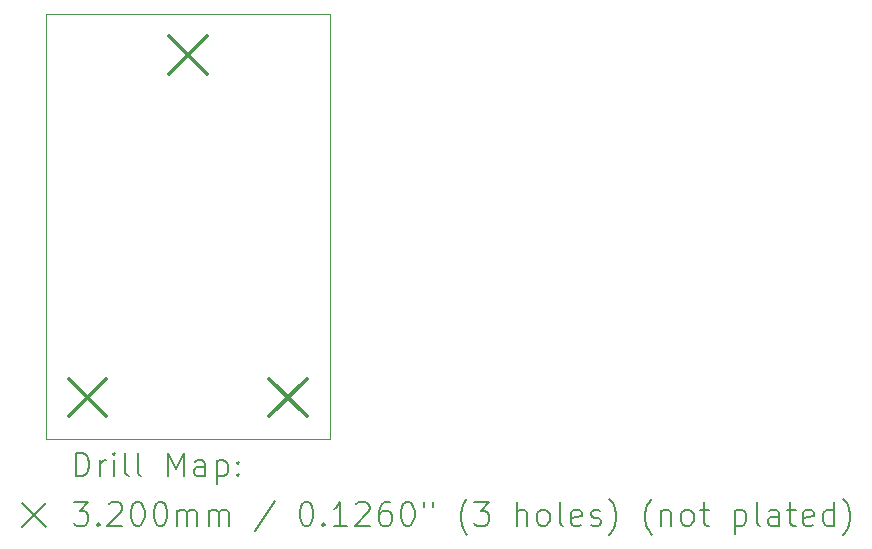
<source format=gbr>
%FSLAX45Y45*%
G04 Gerber Fmt 4.5, Leading zero omitted, Abs format (unit mm)*
G04 Created by KiCad (PCBNEW (6.0.0)) date 2023-03-26 17:47:11*
%MOMM*%
%LPD*%
G01*
G04 APERTURE LIST*
%TA.AperFunction,Profile*%
%ADD10C,0.100000*%
%TD*%
%ADD11C,0.200000*%
%ADD12C,0.320000*%
G04 APERTURE END LIST*
D10*
X12400000Y-5000000D02*
X12400000Y-8600000D01*
X10000000Y-5000000D02*
X10000000Y-8600000D01*
X10000000Y-5000000D02*
X12400000Y-5000000D01*
X12400000Y-8600000D02*
X10000000Y-8600000D01*
D11*
D12*
X10190000Y-8090000D02*
X10510000Y-8410000D01*
X10510000Y-8090000D02*
X10190000Y-8410000D01*
X11040000Y-5190000D02*
X11360000Y-5510000D01*
X11360000Y-5190000D02*
X11040000Y-5510000D01*
X11890000Y-8090000D02*
X12210000Y-8410000D01*
X12210000Y-8090000D02*
X11890000Y-8410000D01*
D11*
X10252619Y-8915476D02*
X10252619Y-8715476D01*
X10300238Y-8715476D01*
X10328810Y-8725000D01*
X10347857Y-8744048D01*
X10357381Y-8763095D01*
X10366905Y-8801190D01*
X10366905Y-8829762D01*
X10357381Y-8867857D01*
X10347857Y-8886905D01*
X10328810Y-8905952D01*
X10300238Y-8915476D01*
X10252619Y-8915476D01*
X10452619Y-8915476D02*
X10452619Y-8782143D01*
X10452619Y-8820238D02*
X10462143Y-8801190D01*
X10471667Y-8791667D01*
X10490714Y-8782143D01*
X10509762Y-8782143D01*
X10576429Y-8915476D02*
X10576429Y-8782143D01*
X10576429Y-8715476D02*
X10566905Y-8725000D01*
X10576429Y-8734524D01*
X10585952Y-8725000D01*
X10576429Y-8715476D01*
X10576429Y-8734524D01*
X10700238Y-8915476D02*
X10681190Y-8905952D01*
X10671667Y-8886905D01*
X10671667Y-8715476D01*
X10805000Y-8915476D02*
X10785952Y-8905952D01*
X10776429Y-8886905D01*
X10776429Y-8715476D01*
X11033571Y-8915476D02*
X11033571Y-8715476D01*
X11100238Y-8858333D01*
X11166905Y-8715476D01*
X11166905Y-8915476D01*
X11347857Y-8915476D02*
X11347857Y-8810714D01*
X11338333Y-8791667D01*
X11319286Y-8782143D01*
X11281190Y-8782143D01*
X11262143Y-8791667D01*
X11347857Y-8905952D02*
X11328809Y-8915476D01*
X11281190Y-8915476D01*
X11262143Y-8905952D01*
X11252619Y-8886905D01*
X11252619Y-8867857D01*
X11262143Y-8848810D01*
X11281190Y-8839286D01*
X11328809Y-8839286D01*
X11347857Y-8829762D01*
X11443095Y-8782143D02*
X11443095Y-8982143D01*
X11443095Y-8791667D02*
X11462143Y-8782143D01*
X11500238Y-8782143D01*
X11519286Y-8791667D01*
X11528809Y-8801190D01*
X11538333Y-8820238D01*
X11538333Y-8877381D01*
X11528809Y-8896429D01*
X11519286Y-8905952D01*
X11500238Y-8915476D01*
X11462143Y-8915476D01*
X11443095Y-8905952D01*
X11624048Y-8896429D02*
X11633571Y-8905952D01*
X11624048Y-8915476D01*
X11614524Y-8905952D01*
X11624048Y-8896429D01*
X11624048Y-8915476D01*
X11624048Y-8791667D02*
X11633571Y-8801190D01*
X11624048Y-8810714D01*
X11614524Y-8801190D01*
X11624048Y-8791667D01*
X11624048Y-8810714D01*
X9795000Y-9145000D02*
X9995000Y-9345000D01*
X9995000Y-9145000D02*
X9795000Y-9345000D01*
X10233571Y-9135476D02*
X10357381Y-9135476D01*
X10290714Y-9211667D01*
X10319286Y-9211667D01*
X10338333Y-9221190D01*
X10347857Y-9230714D01*
X10357381Y-9249762D01*
X10357381Y-9297381D01*
X10347857Y-9316429D01*
X10338333Y-9325952D01*
X10319286Y-9335476D01*
X10262143Y-9335476D01*
X10243095Y-9325952D01*
X10233571Y-9316429D01*
X10443095Y-9316429D02*
X10452619Y-9325952D01*
X10443095Y-9335476D01*
X10433571Y-9325952D01*
X10443095Y-9316429D01*
X10443095Y-9335476D01*
X10528810Y-9154524D02*
X10538333Y-9145000D01*
X10557381Y-9135476D01*
X10605000Y-9135476D01*
X10624048Y-9145000D01*
X10633571Y-9154524D01*
X10643095Y-9173571D01*
X10643095Y-9192619D01*
X10633571Y-9221190D01*
X10519286Y-9335476D01*
X10643095Y-9335476D01*
X10766905Y-9135476D02*
X10785952Y-9135476D01*
X10805000Y-9145000D01*
X10814524Y-9154524D01*
X10824048Y-9173571D01*
X10833571Y-9211667D01*
X10833571Y-9259286D01*
X10824048Y-9297381D01*
X10814524Y-9316429D01*
X10805000Y-9325952D01*
X10785952Y-9335476D01*
X10766905Y-9335476D01*
X10747857Y-9325952D01*
X10738333Y-9316429D01*
X10728810Y-9297381D01*
X10719286Y-9259286D01*
X10719286Y-9211667D01*
X10728810Y-9173571D01*
X10738333Y-9154524D01*
X10747857Y-9145000D01*
X10766905Y-9135476D01*
X10957381Y-9135476D02*
X10976429Y-9135476D01*
X10995476Y-9145000D01*
X11005000Y-9154524D01*
X11014524Y-9173571D01*
X11024048Y-9211667D01*
X11024048Y-9259286D01*
X11014524Y-9297381D01*
X11005000Y-9316429D01*
X10995476Y-9325952D01*
X10976429Y-9335476D01*
X10957381Y-9335476D01*
X10938333Y-9325952D01*
X10928810Y-9316429D01*
X10919286Y-9297381D01*
X10909762Y-9259286D01*
X10909762Y-9211667D01*
X10919286Y-9173571D01*
X10928810Y-9154524D01*
X10938333Y-9145000D01*
X10957381Y-9135476D01*
X11109762Y-9335476D02*
X11109762Y-9202143D01*
X11109762Y-9221190D02*
X11119286Y-9211667D01*
X11138333Y-9202143D01*
X11166905Y-9202143D01*
X11185952Y-9211667D01*
X11195476Y-9230714D01*
X11195476Y-9335476D01*
X11195476Y-9230714D02*
X11205000Y-9211667D01*
X11224048Y-9202143D01*
X11252619Y-9202143D01*
X11271667Y-9211667D01*
X11281190Y-9230714D01*
X11281190Y-9335476D01*
X11376428Y-9335476D02*
X11376428Y-9202143D01*
X11376428Y-9221190D02*
X11385952Y-9211667D01*
X11405000Y-9202143D01*
X11433571Y-9202143D01*
X11452619Y-9211667D01*
X11462143Y-9230714D01*
X11462143Y-9335476D01*
X11462143Y-9230714D02*
X11471667Y-9211667D01*
X11490714Y-9202143D01*
X11519286Y-9202143D01*
X11538333Y-9211667D01*
X11547857Y-9230714D01*
X11547857Y-9335476D01*
X11938333Y-9125952D02*
X11766905Y-9383095D01*
X12195476Y-9135476D02*
X12214524Y-9135476D01*
X12233571Y-9145000D01*
X12243095Y-9154524D01*
X12252619Y-9173571D01*
X12262143Y-9211667D01*
X12262143Y-9259286D01*
X12252619Y-9297381D01*
X12243095Y-9316429D01*
X12233571Y-9325952D01*
X12214524Y-9335476D01*
X12195476Y-9335476D01*
X12176428Y-9325952D01*
X12166905Y-9316429D01*
X12157381Y-9297381D01*
X12147857Y-9259286D01*
X12147857Y-9211667D01*
X12157381Y-9173571D01*
X12166905Y-9154524D01*
X12176428Y-9145000D01*
X12195476Y-9135476D01*
X12347857Y-9316429D02*
X12357381Y-9325952D01*
X12347857Y-9335476D01*
X12338333Y-9325952D01*
X12347857Y-9316429D01*
X12347857Y-9335476D01*
X12547857Y-9335476D02*
X12433571Y-9335476D01*
X12490714Y-9335476D02*
X12490714Y-9135476D01*
X12471667Y-9164048D01*
X12452619Y-9183095D01*
X12433571Y-9192619D01*
X12624048Y-9154524D02*
X12633571Y-9145000D01*
X12652619Y-9135476D01*
X12700238Y-9135476D01*
X12719286Y-9145000D01*
X12728809Y-9154524D01*
X12738333Y-9173571D01*
X12738333Y-9192619D01*
X12728809Y-9221190D01*
X12614524Y-9335476D01*
X12738333Y-9335476D01*
X12909762Y-9135476D02*
X12871667Y-9135476D01*
X12852619Y-9145000D01*
X12843095Y-9154524D01*
X12824048Y-9183095D01*
X12814524Y-9221190D01*
X12814524Y-9297381D01*
X12824048Y-9316429D01*
X12833571Y-9325952D01*
X12852619Y-9335476D01*
X12890714Y-9335476D01*
X12909762Y-9325952D01*
X12919286Y-9316429D01*
X12928809Y-9297381D01*
X12928809Y-9249762D01*
X12919286Y-9230714D01*
X12909762Y-9221190D01*
X12890714Y-9211667D01*
X12852619Y-9211667D01*
X12833571Y-9221190D01*
X12824048Y-9230714D01*
X12814524Y-9249762D01*
X13052619Y-9135476D02*
X13071667Y-9135476D01*
X13090714Y-9145000D01*
X13100238Y-9154524D01*
X13109762Y-9173571D01*
X13119286Y-9211667D01*
X13119286Y-9259286D01*
X13109762Y-9297381D01*
X13100238Y-9316429D01*
X13090714Y-9325952D01*
X13071667Y-9335476D01*
X13052619Y-9335476D01*
X13033571Y-9325952D01*
X13024048Y-9316429D01*
X13014524Y-9297381D01*
X13005000Y-9259286D01*
X13005000Y-9211667D01*
X13014524Y-9173571D01*
X13024048Y-9154524D01*
X13033571Y-9145000D01*
X13052619Y-9135476D01*
X13195476Y-9135476D02*
X13195476Y-9173571D01*
X13271667Y-9135476D02*
X13271667Y-9173571D01*
X13566905Y-9411667D02*
X13557381Y-9402143D01*
X13538333Y-9373571D01*
X13528809Y-9354524D01*
X13519286Y-9325952D01*
X13509762Y-9278333D01*
X13509762Y-9240238D01*
X13519286Y-9192619D01*
X13528809Y-9164048D01*
X13538333Y-9145000D01*
X13557381Y-9116429D01*
X13566905Y-9106905D01*
X13624048Y-9135476D02*
X13747857Y-9135476D01*
X13681190Y-9211667D01*
X13709762Y-9211667D01*
X13728809Y-9221190D01*
X13738333Y-9230714D01*
X13747857Y-9249762D01*
X13747857Y-9297381D01*
X13738333Y-9316429D01*
X13728809Y-9325952D01*
X13709762Y-9335476D01*
X13652619Y-9335476D01*
X13633571Y-9325952D01*
X13624048Y-9316429D01*
X13985952Y-9335476D02*
X13985952Y-9135476D01*
X14071667Y-9335476D02*
X14071667Y-9230714D01*
X14062143Y-9211667D01*
X14043095Y-9202143D01*
X14014524Y-9202143D01*
X13995476Y-9211667D01*
X13985952Y-9221190D01*
X14195476Y-9335476D02*
X14176428Y-9325952D01*
X14166905Y-9316429D01*
X14157381Y-9297381D01*
X14157381Y-9240238D01*
X14166905Y-9221190D01*
X14176428Y-9211667D01*
X14195476Y-9202143D01*
X14224048Y-9202143D01*
X14243095Y-9211667D01*
X14252619Y-9221190D01*
X14262143Y-9240238D01*
X14262143Y-9297381D01*
X14252619Y-9316429D01*
X14243095Y-9325952D01*
X14224048Y-9335476D01*
X14195476Y-9335476D01*
X14376428Y-9335476D02*
X14357381Y-9325952D01*
X14347857Y-9306905D01*
X14347857Y-9135476D01*
X14528809Y-9325952D02*
X14509762Y-9335476D01*
X14471667Y-9335476D01*
X14452619Y-9325952D01*
X14443095Y-9306905D01*
X14443095Y-9230714D01*
X14452619Y-9211667D01*
X14471667Y-9202143D01*
X14509762Y-9202143D01*
X14528809Y-9211667D01*
X14538333Y-9230714D01*
X14538333Y-9249762D01*
X14443095Y-9268810D01*
X14614524Y-9325952D02*
X14633571Y-9335476D01*
X14671667Y-9335476D01*
X14690714Y-9325952D01*
X14700238Y-9306905D01*
X14700238Y-9297381D01*
X14690714Y-9278333D01*
X14671667Y-9268810D01*
X14643095Y-9268810D01*
X14624048Y-9259286D01*
X14614524Y-9240238D01*
X14614524Y-9230714D01*
X14624048Y-9211667D01*
X14643095Y-9202143D01*
X14671667Y-9202143D01*
X14690714Y-9211667D01*
X14766905Y-9411667D02*
X14776428Y-9402143D01*
X14795476Y-9373571D01*
X14805000Y-9354524D01*
X14814524Y-9325952D01*
X14824048Y-9278333D01*
X14824048Y-9240238D01*
X14814524Y-9192619D01*
X14805000Y-9164048D01*
X14795476Y-9145000D01*
X14776428Y-9116429D01*
X14766905Y-9106905D01*
X15128809Y-9411667D02*
X15119286Y-9402143D01*
X15100238Y-9373571D01*
X15090714Y-9354524D01*
X15081190Y-9325952D01*
X15071667Y-9278333D01*
X15071667Y-9240238D01*
X15081190Y-9192619D01*
X15090714Y-9164048D01*
X15100238Y-9145000D01*
X15119286Y-9116429D01*
X15128809Y-9106905D01*
X15205000Y-9202143D02*
X15205000Y-9335476D01*
X15205000Y-9221190D02*
X15214524Y-9211667D01*
X15233571Y-9202143D01*
X15262143Y-9202143D01*
X15281190Y-9211667D01*
X15290714Y-9230714D01*
X15290714Y-9335476D01*
X15414524Y-9335476D02*
X15395476Y-9325952D01*
X15385952Y-9316429D01*
X15376428Y-9297381D01*
X15376428Y-9240238D01*
X15385952Y-9221190D01*
X15395476Y-9211667D01*
X15414524Y-9202143D01*
X15443095Y-9202143D01*
X15462143Y-9211667D01*
X15471667Y-9221190D01*
X15481190Y-9240238D01*
X15481190Y-9297381D01*
X15471667Y-9316429D01*
X15462143Y-9325952D01*
X15443095Y-9335476D01*
X15414524Y-9335476D01*
X15538333Y-9202143D02*
X15614524Y-9202143D01*
X15566905Y-9135476D02*
X15566905Y-9306905D01*
X15576428Y-9325952D01*
X15595476Y-9335476D01*
X15614524Y-9335476D01*
X15833571Y-9202143D02*
X15833571Y-9402143D01*
X15833571Y-9211667D02*
X15852619Y-9202143D01*
X15890714Y-9202143D01*
X15909762Y-9211667D01*
X15919286Y-9221190D01*
X15928809Y-9240238D01*
X15928809Y-9297381D01*
X15919286Y-9316429D01*
X15909762Y-9325952D01*
X15890714Y-9335476D01*
X15852619Y-9335476D01*
X15833571Y-9325952D01*
X16043095Y-9335476D02*
X16024048Y-9325952D01*
X16014524Y-9306905D01*
X16014524Y-9135476D01*
X16205000Y-9335476D02*
X16205000Y-9230714D01*
X16195476Y-9211667D01*
X16176428Y-9202143D01*
X16138333Y-9202143D01*
X16119286Y-9211667D01*
X16205000Y-9325952D02*
X16185952Y-9335476D01*
X16138333Y-9335476D01*
X16119286Y-9325952D01*
X16109762Y-9306905D01*
X16109762Y-9287857D01*
X16119286Y-9268810D01*
X16138333Y-9259286D01*
X16185952Y-9259286D01*
X16205000Y-9249762D01*
X16271667Y-9202143D02*
X16347857Y-9202143D01*
X16300238Y-9135476D02*
X16300238Y-9306905D01*
X16309762Y-9325952D01*
X16328809Y-9335476D01*
X16347857Y-9335476D01*
X16490714Y-9325952D02*
X16471667Y-9335476D01*
X16433571Y-9335476D01*
X16414524Y-9325952D01*
X16405000Y-9306905D01*
X16405000Y-9230714D01*
X16414524Y-9211667D01*
X16433571Y-9202143D01*
X16471667Y-9202143D01*
X16490714Y-9211667D01*
X16500238Y-9230714D01*
X16500238Y-9249762D01*
X16405000Y-9268810D01*
X16671667Y-9335476D02*
X16671667Y-9135476D01*
X16671667Y-9325952D02*
X16652619Y-9335476D01*
X16614524Y-9335476D01*
X16595476Y-9325952D01*
X16585952Y-9316429D01*
X16576428Y-9297381D01*
X16576428Y-9240238D01*
X16585952Y-9221190D01*
X16595476Y-9211667D01*
X16614524Y-9202143D01*
X16652619Y-9202143D01*
X16671667Y-9211667D01*
X16747857Y-9411667D02*
X16757381Y-9402143D01*
X16776428Y-9373571D01*
X16785952Y-9354524D01*
X16795476Y-9325952D01*
X16805000Y-9278333D01*
X16805000Y-9240238D01*
X16795476Y-9192619D01*
X16785952Y-9164048D01*
X16776428Y-9145000D01*
X16757381Y-9116429D01*
X16747857Y-9106905D01*
M02*

</source>
